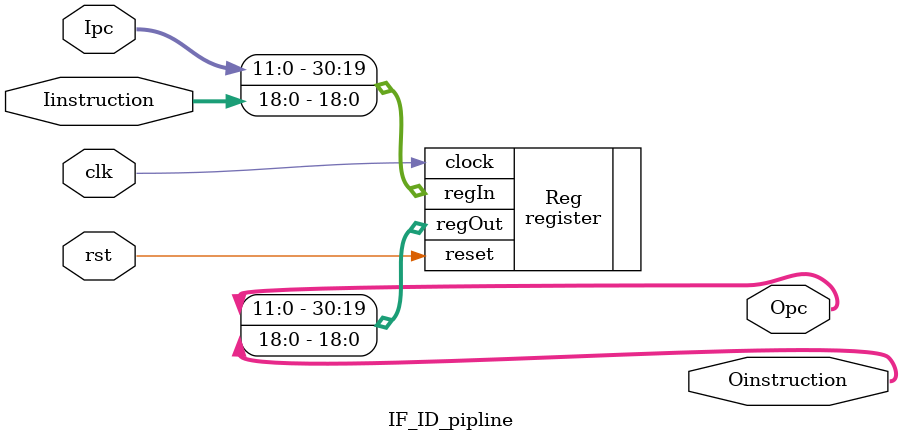
<source format=v>
module IF_ID_pipline(clk, rst, Iinstruction, Ipc, Oinstruction, Opc);
	input clk, rst;
	input [18:0]Iinstruction;
	input [11:0]Ipc;
	output [18:0] Oinstruction;
	output [11:0] Opc;
	
	register #(.size(31)) Reg(
		.clock(clk),
		.reset(rst),
		.regIn({Ipc, Iinstruction}),
		.regOut({Opc, Oinstruction})
	);
endmodule
</source>
